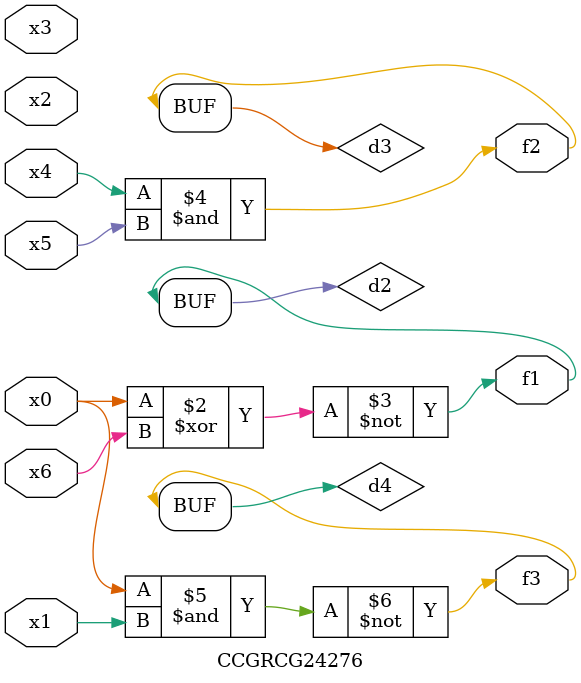
<source format=v>
module CCGRCG24276(
	input x0, x1, x2, x3, x4, x5, x6,
	output f1, f2, f3
);

	wire d1, d2, d3, d4;

	nor (d1, x0);
	xnor (d2, x0, x6);
	and (d3, x4, x5);
	nand (d4, x0, x1);
	assign f1 = d2;
	assign f2 = d3;
	assign f3 = d4;
endmodule

</source>
